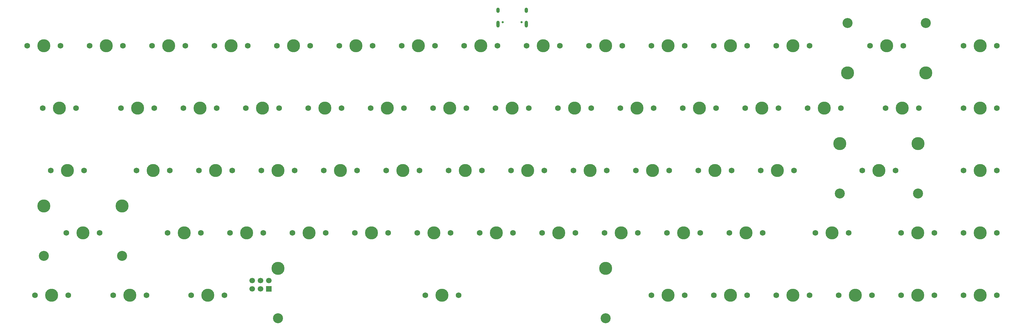
<source format=gts>
G04 #@! TF.GenerationSoftware,KiCad,Pcbnew,(5.1.10)-1*
G04 #@! TF.CreationDate,2021-06-12T19:03:55-06:00*
G04 #@! TF.ProjectId,pcb,7063622e-6b69-4636-9164-5f7063625858,rev?*
G04 #@! TF.SameCoordinates,Original*
G04 #@! TF.FileFunction,Soldermask,Top*
G04 #@! TF.FilePolarity,Negative*
%FSLAX46Y46*%
G04 Gerber Fmt 4.6, Leading zero omitted, Abs format (unit mm)*
G04 Created by KiCad (PCBNEW (5.1.10)-1) date 2021-06-12 19:03:55*
%MOMM*%
%LPD*%
G01*
G04 APERTURE LIST*
%ADD10C,0.650000*%
%ADD11O,1.000000X2.100000*%
%ADD12O,1.000000X1.600000*%
%ADD13C,1.750000*%
%ADD14C,3.987800*%
%ADD15C,3.048000*%
%ADD16R,1.700000X1.700000*%
%ADD17C,1.700000*%
G04 APERTURE END LIST*
D10*
X209853075Y-81815000D03*
X204073075Y-81815000D03*
D11*
X202643075Y-82345000D03*
X211283075Y-82345000D03*
D12*
X202643075Y-78165000D03*
X211283075Y-78165000D03*
D13*
X221568275Y-88980600D03*
X211408275Y-88980600D03*
D14*
X216488275Y-88980600D03*
D13*
X354918275Y-108030601D03*
X344758275Y-108030601D03*
D14*
X349838275Y-108030601D03*
D13*
X331105275Y-108030601D03*
X320945275Y-108030601D03*
D14*
X326025275Y-108030601D03*
D13*
X354918275Y-165180760D03*
X344758275Y-165180760D03*
D14*
X349838275Y-165180760D03*
D13*
X335868275Y-165180760D03*
X325708275Y-165180760D03*
D14*
X330788275Y-165180760D03*
D13*
X316818275Y-165180760D03*
X306658275Y-165180760D03*
D14*
X311738275Y-165180760D03*
D13*
X297768275Y-165180760D03*
X287608275Y-165180760D03*
D14*
X292688275Y-165180760D03*
D13*
X278718275Y-165180760D03*
X268558275Y-165180760D03*
D14*
X273638275Y-165180760D03*
D13*
X259668275Y-165180760D03*
X249508275Y-165180760D03*
D14*
X254588275Y-165180760D03*
X235530175Y-156925760D03*
X135530375Y-156925760D03*
D15*
X235530175Y-172165760D03*
X135530375Y-172165760D03*
D13*
X190610275Y-165180760D03*
X180450275Y-165180760D03*
D14*
X185530275Y-165180760D03*
D13*
X119174275Y-165180760D03*
X109014275Y-165180760D03*
D14*
X114094275Y-165180760D03*
D13*
X95360275Y-165180760D03*
X85200275Y-165180760D03*
D14*
X90280275Y-165180760D03*
D13*
X71549185Y-165180760D03*
X61389185Y-165180760D03*
D14*
X66469185Y-165180760D03*
D13*
X354918275Y-146130800D03*
X344758275Y-146130800D03*
D14*
X349838275Y-146130800D03*
D13*
X335868275Y-146130800D03*
X325708275Y-146130800D03*
D14*
X330788275Y-146130800D03*
D13*
X309674274Y-146130800D03*
X299514274Y-146130800D03*
D14*
X304594274Y-146130800D03*
D13*
X283480275Y-146130800D03*
X273320275Y-146130800D03*
D14*
X278400275Y-146130800D03*
D13*
X264430275Y-146130800D03*
X254270275Y-146130800D03*
D14*
X259350275Y-146130800D03*
D13*
X245380275Y-146130800D03*
X235220275Y-146130800D03*
D14*
X240300275Y-146130800D03*
D13*
X226330275Y-146130800D03*
X216170275Y-146130800D03*
D14*
X221250275Y-146130800D03*
D13*
X207280275Y-146130800D03*
X197120275Y-146130800D03*
D14*
X202200275Y-146130800D03*
D13*
X188230275Y-146130800D03*
X178070275Y-146130800D03*
D14*
X183150275Y-146130800D03*
D13*
X169180275Y-146130800D03*
X159020275Y-146130800D03*
D14*
X164100275Y-146130800D03*
D13*
X150130475Y-146130800D03*
X139970475Y-146130800D03*
D14*
X145050475Y-146130800D03*
D13*
X131080475Y-146130800D03*
X120920475Y-146130800D03*
D14*
X126000475Y-146130800D03*
D13*
X112030475Y-146130800D03*
X101870475Y-146130800D03*
D14*
X106950475Y-146130800D03*
X87932175Y-137875800D03*
X64056175Y-137875800D03*
D15*
X87932175Y-153115800D03*
X64056175Y-153115800D03*
D13*
X81074175Y-146130800D03*
X70914175Y-146130800D03*
D14*
X75994175Y-146130800D03*
D13*
X354918275Y-127080601D03*
X344758275Y-127080601D03*
D14*
X349838275Y-127080601D03*
X330818275Y-118825601D03*
X306942275Y-118825601D03*
D15*
X330818275Y-134065601D03*
X306942275Y-134065601D03*
D13*
X323960275Y-127080601D03*
X313800275Y-127080601D03*
D14*
X318880275Y-127080601D03*
D13*
X293005275Y-127080601D03*
X282845275Y-127080601D03*
D14*
X287925275Y-127080601D03*
X268875275Y-127080601D03*
D13*
X263795275Y-127080601D03*
X273955275Y-127080601D03*
X254905275Y-127080601D03*
X244745275Y-127080601D03*
D14*
X249825275Y-127080601D03*
D13*
X235855275Y-127080601D03*
X225695275Y-127080601D03*
D14*
X230775275Y-127080601D03*
D13*
X216805275Y-127080601D03*
X206645275Y-127080601D03*
D14*
X211725275Y-127080601D03*
D13*
X197755275Y-127080601D03*
X187595275Y-127080601D03*
D14*
X192675275Y-127080601D03*
D13*
X178705274Y-127080601D03*
X168545274Y-127080601D03*
D14*
X173625274Y-127080601D03*
D13*
X159655475Y-127080601D03*
X149495475Y-127080601D03*
D14*
X154575475Y-127080601D03*
D13*
X140605474Y-127080601D03*
X130445474Y-127080601D03*
D14*
X135525474Y-127080601D03*
D13*
X121555474Y-127080601D03*
X111395474Y-127080601D03*
D14*
X116475474Y-127080601D03*
D13*
X102505475Y-127080601D03*
X92345475Y-127080601D03*
D14*
X97425475Y-127080601D03*
D13*
X76310305Y-127080601D03*
X66150305Y-127080601D03*
D14*
X71230305Y-127080601D03*
D13*
X307293274Y-108030601D03*
X297133274Y-108030601D03*
D14*
X302213274Y-108030601D03*
D13*
X288243275Y-108030601D03*
X278083275Y-108030601D03*
D14*
X283163275Y-108030601D03*
D13*
X269193275Y-108030601D03*
X259033275Y-108030601D03*
D14*
X264113275Y-108030601D03*
D13*
X250143275Y-108030601D03*
X239983275Y-108030601D03*
D14*
X245063275Y-108030601D03*
D13*
X231093275Y-108030601D03*
X220933275Y-108030601D03*
D14*
X226013275Y-108030601D03*
D13*
X212043275Y-108030601D03*
X201883275Y-108030601D03*
D14*
X206963275Y-108030601D03*
D13*
X192993275Y-108030601D03*
X182833275Y-108030601D03*
D14*
X187913275Y-108030601D03*
D13*
X173943275Y-108030601D03*
X163783275Y-108030601D03*
D14*
X168863275Y-108030601D03*
D13*
X154892975Y-108030601D03*
X144732975Y-108030601D03*
D14*
X149812975Y-108030601D03*
D13*
X135842975Y-108030601D03*
X125682975Y-108030601D03*
D14*
X130762975Y-108030601D03*
D13*
X116792975Y-108030601D03*
X106632975Y-108030601D03*
D14*
X111712975Y-108030601D03*
D13*
X97742974Y-108030601D03*
X87582974Y-108030601D03*
D14*
X92662974Y-108030601D03*
D13*
X73930435Y-108030601D03*
X63770435Y-108030601D03*
D14*
X68850435Y-108030601D03*
D13*
X354918275Y-88980600D03*
X344758275Y-88980600D03*
D14*
X349838275Y-88980600D03*
X333201275Y-97235600D03*
X309325275Y-97235600D03*
D15*
X333201275Y-81995600D03*
X309325275Y-81995600D03*
D13*
X326343275Y-88980600D03*
X316183275Y-88980600D03*
D14*
X321263275Y-88980600D03*
D13*
X297768275Y-88980600D03*
X287608275Y-88980600D03*
D14*
X292688275Y-88980600D03*
D13*
X278718275Y-88980600D03*
X268558275Y-88980600D03*
D14*
X273638275Y-88980600D03*
D13*
X259668275Y-88980600D03*
X249508275Y-88980600D03*
D14*
X254588275Y-88980600D03*
D13*
X240618275Y-88980600D03*
X230458275Y-88980600D03*
D14*
X235538275Y-88980600D03*
D13*
X202518275Y-88980600D03*
X192358275Y-88980600D03*
D14*
X197438275Y-88980600D03*
D13*
X183466275Y-88980600D03*
X173306275Y-88980600D03*
D14*
X178386275Y-88980600D03*
D13*
X164416575Y-88980600D03*
X154256575Y-88980600D03*
D14*
X159336575Y-88980600D03*
D13*
X145367974Y-88980600D03*
X135207974Y-88980600D03*
D14*
X140287974Y-88980600D03*
D13*
X126317975Y-88980600D03*
X116157975Y-88980600D03*
D14*
X121237975Y-88980600D03*
D13*
X107267975Y-88980600D03*
X97107975Y-88980600D03*
D14*
X102187975Y-88980600D03*
D13*
X88217975Y-88980600D03*
X78057975Y-88980600D03*
D14*
X83137975Y-88980600D03*
D13*
X69167925Y-88980600D03*
X59007925Y-88980600D03*
D14*
X64087925Y-88980600D03*
D16*
X132715000Y-163195000D03*
D17*
X132715000Y-160655000D03*
X130175000Y-163195000D03*
X130175000Y-160655000D03*
X127635000Y-163195000D03*
X127635000Y-160655000D03*
M02*

</source>
